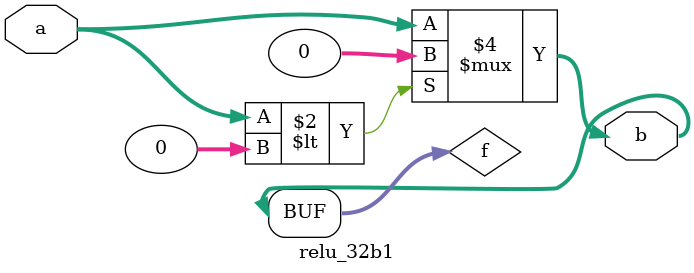
<source format=v>
module relu_32b1 (a, b);

input [31:0] a;
output [31:0] b;

wire signed [31:0] a;
wire signed [31:0] b;

reg signed [31:0] f;
always @(*) begin
    if (a < 0) begin
      f <= 32'd0;
    end
    else begin
      f <= a;
    end
end

assign b = f;

endmodule
</source>
